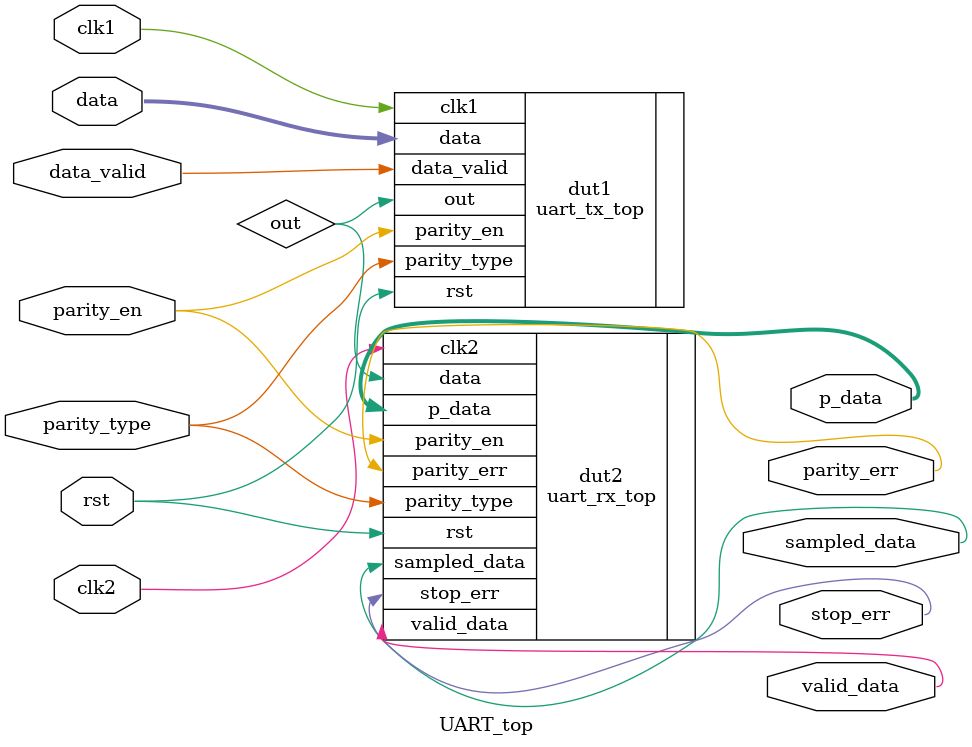
<source format=v>
`timescale 1ns / 1ps


module UART_top(
    input parity_type,
    input parity_en,
    input clk1, //tx clock
    input clk2, //rx clock
    input rst,
        input [7:0] data,
    input data_valid,
    output [7:0] p_data,
    output valid_data,
    output sampled_data,//
    output parity_err,//
    output stop_err//
    );
    
    
    wire out;
    
    
    
    uart_tx_top dut1 (.clk1(clk1),.rst(rst),.data(data),.data_valid(data_valid),.parity_en(parity_en),.parity_type(parity_type)
                        ,.out(out)  );
                        
    uart_rx_top dut2 (.clk2(clk2),.parity_err(parity_err),.sampled_data(sampled_data),.stop_err(stop_err),.rst(rst),.data(out),.parity_en(parity_en),.parity_type(parity_type),.p_data(p_data)
                      ,.valid_data(valid_data));
    
    
    
    
    
    
    
    
    
    
endmodule

</source>
